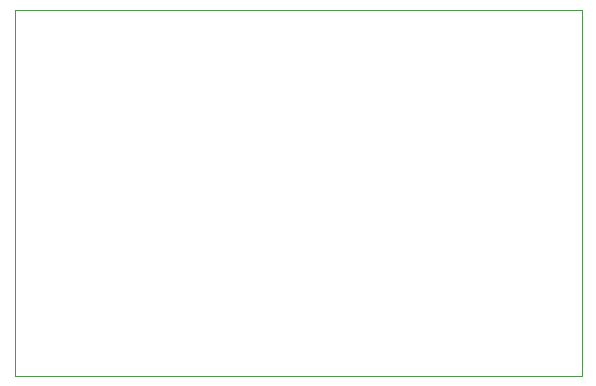
<source format=gbr>
%TF.GenerationSoftware,KiCad,Pcbnew,(6.0.8-1)-1*%
%TF.CreationDate,2024-02-23T21:50:08-06:00*%
%TF.ProjectId,Addressable LED Interface,41646472-6573-4736-9162-6c65204c4544,rev?*%
%TF.SameCoordinates,Original*%
%TF.FileFunction,Profile,NP*%
%FSLAX46Y46*%
G04 Gerber Fmt 4.6, Leading zero omitted, Abs format (unit mm)*
G04 Created by KiCad (PCBNEW (6.0.8-1)-1) date 2024-02-23 21:50:08*
%MOMM*%
%LPD*%
G01*
G04 APERTURE LIST*
%TA.AperFunction,Profile*%
%ADD10C,0.100000*%
%TD*%
G04 APERTURE END LIST*
D10*
X120500000Y-92500000D02*
X168500000Y-92500000D01*
X168500000Y-92500000D02*
X168500000Y-123500000D01*
X168500000Y-123500000D02*
X120500000Y-123500000D01*
X120500000Y-123500000D02*
X120500000Y-92500000D01*
M02*

</source>
